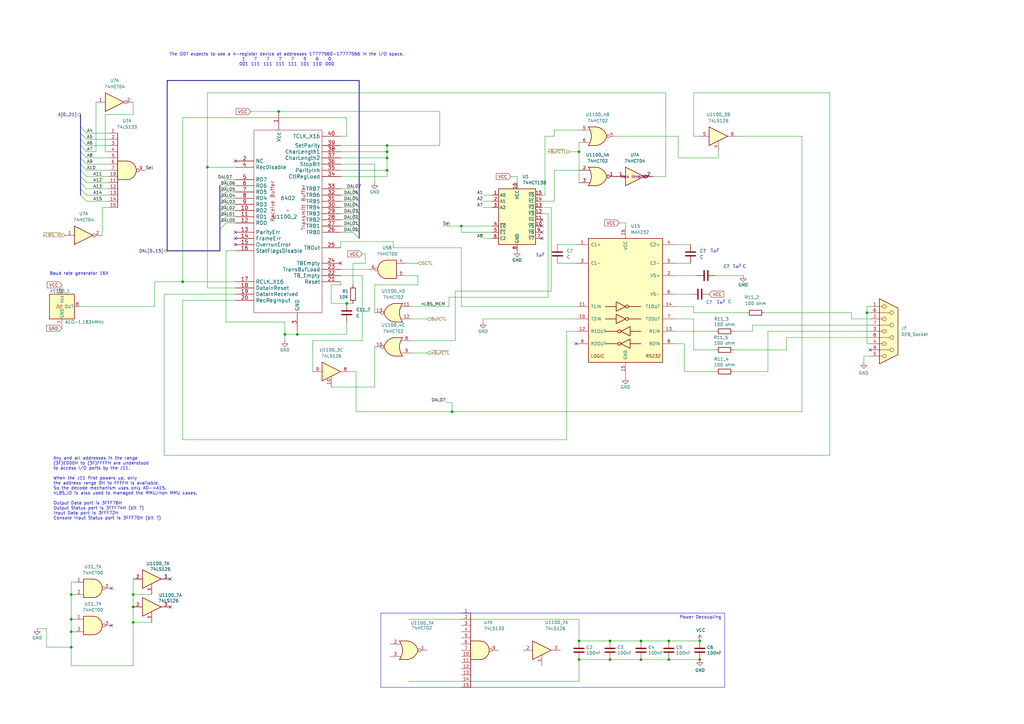
<source format=kicad_sch>
(kicad_sch (version 20250114) (generator "eeschema") (generator_version "9.0")
  (paper "A3")
  (lib_symbols
    (symbol "74xx:7400" (pin_names (offset 1.016))
      (property "Reference" "U" (at 0 1.27 0))
      (property "Value" "7400" (at 0 -1.27 0))
      (symbol "7400_1_1"
        (pin input line (at -7.62 2.54 0) (length 3.81) (name "~") (number "1"))
        (pin input line (at -7.62 -2.54 0) (length 3.81) (name "~") (number "2"))
        (pin output inverted (at 7.62 0 180) (length 3.81) (name "~") (number "3"))
      )
      (symbol "7400_1_2"
        (pin input inverted (at -7.62 2.54 0) (length 4.318) (name "~") (number "1"))
        (pin input inverted (at -7.62 -2.54 0) (length 4.318) (name "~") (number "2"))
        (pin output line (at 7.62 0 180) (length 3.81) (name "~") (number "3"))
      )
      (symbol "7400_2_1"
        (pin input line (at -7.62 2.54 0) (length 3.81) (name "~") (number "4"))
        (pin input line (at -7.62 -2.54 0) (length 3.81) (name "~") (number "5"))
        (pin output inverted (at 7.62 0 180) (length 3.81) (name "~") (number "6"))
      )
      (symbol "7400_2_2"
        (pin input inverted (at -7.62 2.54 0) (length 4.318) (name "~") (number "4"))
        (pin input inverted (at -7.62 -2.54 0) (length 4.318) (name "~") (number "5"))
        (pin output line (at 7.62 0 180) (length 3.81) (name "~") (number "6"))
      )
      (symbol "7400_3_1"
        (pin input line (at -7.62 2.54 0) (length 3.81) (name "~") (number "9"))
        (pin input line (at -7.62 -2.54 0) (length 3.81) (name "~") (number "10"))
        (pin output inverted (at 7.62 0 180) (length 3.81) (name "~") (number "8"))
      )
      (symbol "7400_3_2"
        (pin input inverted (at -7.62 2.54 0) (length 4.318) (name "~") (number "9"))
        (pin input inverted (at -7.62 -2.54 0) (length 4.318) (name "~") (number "10"))
        (pin output line (at 7.62 0 180) (length 3.81) (name "~") (number "8"))
      )
      (symbol "7400_4_1"
        (pin input line (at -7.62 2.54 0) (length 3.81) (name "~") (number "12"))
        (pin input line (at -7.62 -2.54 0) (length 3.81) (name "~") (number "13"))
        (pin output inverted (at 7.62 0 180) (length 3.81) (name "~") (number "11"))
      )
      (symbol "7400_4_2"
        (pin input inverted (at -7.62 2.54 0) (length 4.318) (name "~") (number "12"))
        (pin input inverted (at -7.62 -2.54 0) (length 4.318) (name "~") (number "13"))
        (pin output line (at 7.62 0 180) (length 3.81) (name "~") (number "11"))
      )
      (symbol "7400_5_0"
        (pin power_in line (at 0 12.7 270) (length 5.08) (name "VCC") (number "14"))
        (pin power_in line (at 0 -12.7 90) (length 5.08) (name "GND") (number "7"))
      )
    )
    (symbol "74xx:74HCT04"
      (property "Reference" "U" (at 0 1.27 0))
      (property "Value" "74HCT04" (at 0 -1.27 0))
      (symbol "74HCT04_1_0"
        (pin input line (at -7.62 0 0) (length 3.81) (name "~") (number "1"))
        (pin output inverted (at 7.62 0 180) (length 3.81) (name "~") (number "2"))
      )
      (symbol "74HCT04_2_0"
        (pin input line (at -7.62 0 0) (length 3.81) (name "~") (number "3"))
        (pin output inverted (at 7.62 0 180) (length 3.81) (name "~") (number "4"))
      )
      (symbol "74HCT04_3_0"
        (pin input line (at -7.62 0 0) (length 3.81) (name "~") (number "5"))
        (pin output inverted (at 7.62 0 180) (length 3.81) (name "~") (number "6"))
      )
      (symbol "74HCT04_4_0"
        (pin input line (at -7.62 0 0) (length 3.81) (name "~") (number "9"))
        (pin output inverted (at 7.62 0 180) (length 3.81) (name "~") (number "8"))
      )
      (symbol "74HCT04_5_0"
        (pin input line (at -7.62 0 0) (length 3.81) (name "~") (number "11"))
        (pin output inverted (at 7.62 0 180) (length 3.81) (name "~") (number "10"))
      )
      (symbol "74HCT04_6_0"
        (pin input line (at -7.62 0 0) (length 3.81) (name "~") (number "13"))
        (pin output inverted (at 7.62 0 180) (length 3.81) (name "~") (number "12"))
      )
      (symbol "74HCT04_7_0"
        (pin power_in line (at 0 12.7 270) (length 5.08) (name "VCC") (number "14"))
        (pin power_in line (at 0 -12.7 90) (length 5.08) (name "GND") (number "7"))
      )
    )
    (symbol "74xx:74HCT138"
      (property "Reference" "U" (at -7.62 13.97 0))
      (property "Value" "74HCT138" (at 2.54 -11.43 0))
      (symbol "74HCT138_1_1"
        (pin input line (at -10.16 10.16 0) (length 2.54) (name "A0") (number "1"))
        (pin input line (at -10.16 7.62 0) (length 2.54) (name "A1") (number "2"))
        (pin input line (at -10.16 5.08 0) (length 2.54) (name "A2") (number "3"))
        (pin input line (at -10.16 -2.54 0) (length 2.54) (name "~{E0}") (number "4"))
        (pin input line (at -10.16 -5.08 0) (length 2.54) (name "~{E1}") (number "5"))
        (pin input line (at -10.16 -7.62 0) (length 2.54) (name "E2") (number "6"))
        (pin power_in line (at 0 15.24 270) (length 2.54) (name "VCC") (number "16"))
        (pin power_in line (at 0 -12.7 90) (length 2.54) (name "GND") (number "8"))
        (pin output line (at 10.16 10.16 180) (length 2.54) (name "~{Y0}") (number "15"))
        (pin output line (at 10.16 7.62 180) (length 2.54) (name "~{Y1}") (number "14"))
        (pin output line (at 10.16 5.08 180) (length 2.54) (name "~{Y2}") (number "13"))
        (pin output line (at 10.16 2.54 180) (length 2.54) (name "~{Y3}") (number "12"))
        (pin output line (at 10.16 0 180) (length 2.54) (name "~{Y4}") (number "11"))
        (pin output line (at 10.16 -2.54 180) (length 2.54) (name "~{Y5}") (number "10"))
        (pin output line (at 10.16 -5.08 180) (length 2.54) (name "~{Y6}") (number "9"))
        (pin output line (at 10.16 -7.62 180) (length 2.54) (name "~{Y7}") (number "7"))
      )
    )
    (symbol "74xx:74LS02" (pin_names (offset 1.016))
      (property "Reference" "U" (at 0 1.27 0))
      (property "Value" "74LS02" (at 0 -1.27 0))
      (symbol "74LS02_1_1"
        (pin input line (at -7.62 2.54 0) (length 4.318) (name "~") (number "2"))
        (pin input line (at -7.62 -2.54 0) (length 4.318) (name "~") (number "3"))
        (pin output inverted (at 7.62 0 180) (length 3.81) (name "~") (number "1"))
      )
      (symbol "74LS02_1_2"
        (pin input inverted (at -7.62 2.54 0) (length 3.81) (name "~") (number "2"))
        (pin input inverted (at -7.62 -2.54 0) (length 3.81) (name "~") (number "3"))
        (pin output line (at 7.62 0 180) (length 3.81) (name "~") (number "1"))
      )
      (symbol "74LS02_2_1"
        (pin input line (at -7.62 2.54 0) (length 4.318) (name "~") (number "5"))
        (pin input line (at -7.62 -2.54 0) (length 4.318) (name "~") (number "6"))
        (pin output inverted (at 7.62 0 180) (length 3.81) (name "~") (number "4"))
      )
      (symbol "74LS02_2_2"
        (pin input inverted (at -7.62 2.54 0) (length 3.81) (name "~") (number "5"))
        (pin input inverted (at -7.62 -2.54 0) (length 3.81) (name "~") (number "6"))
        (pin output line (at 7.62 0 180) (length 3.81) (name "~") (number "4"))
      )
      (symbol "74LS02_3_1"
        (pin input line (at -7.62 2.54 0) (length 4.318) (name "~") (number "8"))
        (pin input line (at -7.62 -2.54 0) (length 4.318) (name "~") (number "9"))
        (pin output inverted (at 7.62 0 180) (length 3.81) (name "~") (number "10"))
      )
      (symbol "74LS02_3_2"
        (pin input inverted (at -7.62 2.54 0) (length 3.81) (name "~") (number "8"))
        (pin input inverted (at -7.62 -2.54 0) (length 3.81) (name "~") (number "9"))
        (pin output line (at 7.62 0 180) (length 3.81) (name "~") (number "10"))
      )
      (symbol "74LS02_4_1"
        (pin input line (at -7.62 2.54 0) (length 4.318) (name "~") (number "11"))
        (pin input line (at -7.62 -2.54 0) (length 4.318) (name "~") (number "12"))
        (pin output inverted (at 7.62 0 180) (length 3.81) (name "~") (number "13"))
      )
      (symbol "74LS02_4_2"
        (pin input inverted (at -7.62 2.54 0) (length 3.81) (name "~") (number "11"))
        (pin input inverted (at -7.62 -2.54 0) (length 3.81) (name "~") (number "12"))
        (pin output line (at 7.62 0 180) (length 3.81) (name "~") (number "13"))
      )
      (symbol "74LS02_5_0"
        (pin power_in line (at 0 12.7 270) (length 5.08) (name "VCC") (number "14"))
        (pin power_in line (at 0 -12.7 90) (length 5.08) (name "GND") (number "7"))
      )
    )
    (symbol "74xx:74LS126" (pin_names (offset 1.016))
      (property "Reference" "U" (at 0 1.27 0))
      (property "Value" "74LS126" (at 0 -1.27 0))
      (symbol "74LS126_1_0"
        (pin input line (at -7.62 0 0) (length 3.81) (name "~") (number "2"))
        (pin input line (at 0 -6.35 90) (length 4.445) (name "~") (number "1"))
        (pin tri_state line (at 7.62 0 180) (length 3.81) (name "~") (number "3"))
      )
      (symbol "74LS126_2_0"
        (pin input line (at -7.62 0 0) (length 3.81) (name "~") (number "5"))
        (pin input line (at 0 -6.35 90) (length 4.445) (name "~") (number "4"))
        (pin tri_state line (at 7.62 0 180) (length 3.81) (name "~") (number "6"))
      )
      (symbol "74LS126_3_0"
        (pin input line (at -7.62 0 0) (length 3.81) (name "~") (number "9"))
        (pin input line (at 0 -6.35 90) (length 4.445) (name "~") (number "10"))
        (pin tri_state line (at 7.62 0 180) (length 3.81) (name "~") (number "8"))
      )
      (symbol "74LS126_4_0"
        (pin input line (at -7.62 0 0) (length 3.81) (name "~") (number "12"))
        (pin input line (at 0 -6.35 90) (length 4.445) (name "~") (number "13"))
        (pin tri_state line (at 7.62 0 180) (length 3.81) (name "~") (number "11"))
      )
      (symbol "74LS126_5_0"
        (pin power_in line (at 0 12.7 270) (length 5.08) (name "VCC") (number "14"))
        (pin power_in line (at 0 -12.7 90) (length 5.08) (name "GND") (number "7"))
      )
    )
    (symbol "74xx:74LS133" (pin_names (offset 1.016))
      (property "Reference" "U" (at 0 1.27 0))
      (property "Value" "74LS133" (at 0 -1.27 0))
      (symbol "74LS133_1_1"
        (pin input line (at -7.62 15.24 0) (length 3.81) (name "~") (number "1"))
        (pin input line (at -7.62 12.7 0) (length 3.81) (name "~") (number "2"))
        (pin input line (at -7.62 10.16 0) (length 3.81) (name "~") (number "3"))
        (pin input line (at -7.62 7.62 0) (length 3.81) (name "~") (number "4"))
        (pin input line (at -7.62 5.08 0) (length 3.81) (name "~") (number "5"))
        (pin input line (at -7.62 2.54 0) (length 3.81) (name "~") (number "6"))
        (pin input line (at -7.62 0 0) (length 3.81) (name "~") (number "7"))
        (pin input line (at -7.62 -2.54 0) (length 3.81) (name "~") (number "10"))
        (pin input line (at -7.62 -5.08 0) (length 3.81) (name "~") (number "11"))
        (pin input line (at -7.62 -7.62 0) (length 3.81) (name "~") (number "12"))
        (pin input line (at -7.62 -10.16 0) (length 3.81) (name "~") (number "13"))
        (pin input line (at -7.62 -12.7 0) (length 3.81) (name "~") (number "14"))
        (pin input line (at -7.62 -15.24 0) (length 3.81) (name "~") (number "15"))
        (pin output inverted (at 7.62 0 180) (length 3.81) (name "~") (number "9"))
      )
      (symbol "74LS133_1_2"
        (pin input inverted (at -7.62 15.24 0) (length 3.81) (name "~") (number "1"))
        (pin input inverted (at -7.62 12.7 0) (length 3.81) (name "~") (number "2"))
        (pin input inverted (at -7.62 10.16 0) (length 3.81) (name "~") (number "3"))
        (pin input inverted (at -7.62 7.62 0) (length 3.81) (name "~") (number "4"))
        (pin input inverted (at -7.62 5.08 0) (length 3.81) (name "~") (number "5"))
        (pin input inverted (at -7.62 2.54 0) (length 4.5466) (name "~") (number "6"))
        (pin input inverted (at -7.62 0 0) (length 5.08) (name "~") (number "7"))
        (pin input inverted (at -7.62 -2.54 0) (length 4.5466) (name "~") (number "10"))
        (pin input inverted (at -7.62 -5.08 0) (length 3.81) (name "~") (number "11"))
        (pin input inverted (at -7.62 -7.62 0) (length 3.81) (name "~") (number "12"))
        (pin input inverted (at -7.62 -10.16 0) (length 3.81) (name "~") (number "13"))
        (pin input inverted (at -7.62 -12.7 0) (length 3.81) (name "~") (number "14"))
        (pin input inverted (at -7.62 -15.24 0) (length 3.81) (name "~") (number "15"))
        (pin output line (at 7.62 0 180) (length 3.81) (name "~") (number "9"))
      )
      (symbol "74LS133_2_0"
        (pin power_in line (at 0 12.7 270) (length 5.08) (name "VCC") (number "16"))
        (pin power_in line (at 0 -12.7 90) (length 5.08) (name "GND") (number "8"))
      )
    )
    (symbol "Connector:DE9_Socket" (pin_names (offset 1.016) (hide yes))
      (property "Reference" "J" (at 0 13.97 0))
      (property "Value" "DE9_Socket" (at 0 -14.605 0))
      (symbol "DE9_Socket_1_1"
        (pin passive line (at -7.62 10.16 0) (length 3.81) (name "1") (number "1"))
        (pin passive line (at -7.62 7.62 0) (length 3.81) (name "6") (number "6"))
        (pin passive line (at -7.62 5.08 0) (length 3.81) (name "2") (number "2"))
        (pin passive line (at -7.62 2.54 0) (length 3.81) (name "7") (number "7"))
        (pin passive line (at -7.62 0 0) (length 3.81) (name "3") (number "3"))
        (pin passive line (at -7.62 -2.54 0) (length 3.81) (name "8") (number "8"))
        (pin passive line (at -7.62 -5.08 0) (length 3.81) (name "4") (number "4"))
        (pin passive line (at -7.62 -7.62 0) (length 3.81) (name "9") (number "9"))
        (pin passive line (at -7.62 -10.16 0) (length 3.81) (name "5") (number "5"))
      )
    )
    (symbol "Device:C" (pin_numbers (hide yes)) (pin_names (offset 0.254))
      (property "Reference" "C" (at 0.635 2.54 0))
      (property "Value" "C" (at 0.635 -2.54 0))
      (symbol "C_1_1"
        (pin passive line (at 0 3.81 270) (length 2.794) (name "~") (number "1"))
        (pin passive line (at 0 -3.81 90) (length 2.794) (name "~") (number "2"))
      )
    )
    (symbol "Device:R" (pin_numbers (hide yes)) (pin_names (offset 0))
      (property "Reference" "R" (at 2.032 0 90))
      (property "Value" "R" (at 0 0 90))
      (symbol "R_1_1"
        (pin passive line (at 0 3.81 270) (length 1.27) (name "~") (number "1"))
        (pin passive line (at 0 -3.81 90) (length 1.27) (name "~") (number "2"))
      )
    )
    (symbol "Interface_UART:MAX232" (pin_names (offset 1.016))
      (property "Reference" "U" (at -2.54 28.575 0))
      (property "Value" "MAX232" (at -2.54 26.67 0))
      (symbol "MAX232_0_0"
        (text "LOGIC" (at -11.43 -22.86 0) (effects (font (size 1.27 1.27))))
        (text "RS232" (at 11.43 -22.86 0) (effects (font (size 1.27 1.27))))
      )
      (symbol "MAX232_1_1"
        (pin passive line (at -20.32 22.86 0) (length 5.08) (name "C1+") (number "1"))
        (pin passive line (at -20.32 15.24 0) (length 5.08) (name "C1-") (number "3"))
        (pin input line (at -20.32 -2.54 0) (length 5.08) (name "T1IN") (number "11"))
        (pin input line (at -20.32 -7.62 0) (length 5.08) (name "T2IN") (number "10"))
        (pin output line (at -20.32 -12.7 0) (length 5.08) (name "R1OUT") (number "12"))
        (pin output line (at -20.32 -17.78 0) (length 5.08) (name "R2OUT") (number "9"))
        (pin power_in line (at 0 30.48 270) (length 5.08) (name "VCC") (number "16"))
        (pin power_in line (at 0 -30.48 90) (length 5.08) (name "GND") (number "15"))
        (pin passive line (at 20.32 22.86 180) (length 5.08) (name "C2+") (number "4"))
        (pin passive line (at 20.32 15.24 180) (length 5.08) (name "C2-") (number "5"))
        (pin power_out line (at 20.32 10.16 180) (length 5.08) (name "VS+") (number "2"))
        (pin power_out line (at 20.32 2.54 180) (length 5.08) (name "VS-") (number "6"))
        (pin output line (at 20.32 -2.54 180) (length 5.08) (name "T1OUT") (number "14"))
        (pin output line (at 20.32 -7.62 180) (length 5.08) (name "T2OUT") (number "7"))
        (pin input line (at 20.32 -12.7 180) (length 5.08) (name "R1IN") (number "13"))
        (pin input line (at 20.32 -17.78 180) (length 5.08) (name "R2IN") (number "8"))
      )
    )
    (symbol "Oscillator:ACO-xxxMHz" (pin_names (offset 0.254))
      (property "Reference" "Y" (at -5.08 6.35 0))
      (property "Value" "ACO-xxxMHz" (at 1.27 -6.35 0))
      (symbol "ACO-xxxMHz_1_1"
        (pin no_connect line (at -5.08 2.54 0) (length 2.54) (hide yes) (name "NC") (number "1"))
        (pin power_in line (at 0 7.62 270) (length 2.54) (name "Vcc") (number "14"))
        (pin power_in line (at 0 -7.62 90) (length 2.54) (name "GND") (number "7"))
        (pin output line (at 7.62 0 180) (length 2.54) (name "OUT") (number "8"))
      )
    )
    (symbol "PDP-J-11-rescue:6402" (pin_names (offset 0.762))
      (property "Reference" "U4" (at -1.27 -2.54 0))
      (property "Value" "6402" (at 0 5.08 0))
      (property "Datasheet" "~" (at 0 0 0))
      (symbol "6402_0_0"
        (text "Transmitt Buffer" (at 6.35 1.27 900) (effects (font (size 1.524 1.524))))
      )
      (symbol "6402_1_1"
        (text "Receive Buffer" (at -6.35 3.81 900) (effects (font (size 1.524 1.524))))
        (pin bidirectional line (at -21.59 20.32 0) (length 7.62) (name "NC") (number "2"))
        (pin input line (at -21.59 17.78 0) (length 7.5438) (name "RecDisable") (number "4"))
        (pin bidirectional line (at -21.59 12.7 0) (length 7.62) (name "RD7") (number "5"))
        (pin bidirectional line (at -21.59 10.16 0) (length 7.62) (name "RD6") (number "6"))
        (pin bidirectional line (at -21.59 7.62 0) (length 7.62) (name "RD5") (number "7"))
        (pin bidirectional line (at -21.59 5.08 0) (length 7.62) (name "RD4") (number "8"))
        (pin bidirectional line (at -21.59 2.54 0) (length 7.62) (name "RD3") (number "9"))
        (pin bidirectional line (at -21.59 0 0) (length 7.62) (name "RD2") (number "10"))
        (pin bidirectional line (at -21.59 -2.54 0) (length 7.62) (name "RD1") (number "11"))
        (pin bidirectional line (at -21.59 -5.08 0) (length 7.62) (name "RD0") (number "12"))
        (pin output line (at -21.59 -8.89 0) (length 7.62) (name "ParityErr") (number "13"))
        (pin output line (at -21.59 -11.43 0) (length 7.62) (name "FrameErr") (number "14"))
        (pin output line (at -21.59 -13.97 0) (length 7.62) (name "OverrunError") (number "15"))
        (pin input line (at -21.59 -16.51 0) (length 7.62) (name "StatFlagsDisable") (number "16"))
        (pin input line (at -21.59 -29.21 0) (length 7.62) (name "RCLK_X16") (number "17"))
        (pin input line (at -21.59 -31.75 0) (length 7.62) (name "DataInReset") (number "18"))
        (pin output line (at -21.59 -34.29 0) (length 7.62) (name "DataInReceived") (number "19"))
        (pin input line (at -21.59 -36.83 0) (length 7.62) (name "RecRegInput") (number "20"))
        (pin power_in line (at -3.81 40.64 270) (length 7.62) (name "Vcc") (number "1"))
        (pin power_in line (at 3.81 -49.53 90) (length 7.5438) (name "GND") (number "3"))
        (pin input line (at 21.59 30.48 180) (length 7.62) (name "TCLK_X16") (number "40"))
        (pin input line (at 21.59 26.67 180) (length 7.5946) (name "SetParity") (number "39"))
        (pin input line (at 21.59 24.13 180) (length 7.5946) (name "CharLength1") (number "38"))
        (pin input line (at 21.59 21.59 180) (length 7.62) (name "CharLength2") (number "37"))
        (pin input line (at 21.59 19.05 180) (length 7.62) (name "StopBit") (number "36"))
        (pin input line (at 21.59 16.51 180) (length 7.62) (name "ParityInh") (number "35"))
        (pin input line (at 21.59 13.97 180) (length 7.62) (name "CtlRegLoad") (number "34"))
        (pin bidirectional line (at 21.59 8.89 180) (length 7.62) (name "TRB7") (number "33"))
        (pin bidirectional line (at 21.59 6.35 180) (length 7.62) (name "TRB6") (number "32"))
        (pin bidirectional line (at 21.59 3.81 180) (length 7.62) (name "TRB5") (number "31"))
        (pin bidirectional line (at 21.59 1.27 180) (length 7.5946) (name "TRB4") (number "30"))
        (pin bidirectional line (at 21.59 -1.27 180) (length 7.62) (name "TRB3") (number "29"))
        (pin bidirectional line (at 21.59 -3.81 180) (length 7.62) (name "TRB2") (number "28"))
        (pin bidirectional line (at 21.59 -6.35 180) (length 7.62) (name "TRB1") (number "27"))
        (pin bidirectional line (at 21.59 -8.89 180) (length 7.5946) (name "TRB0") (number "26"))
        (pin output line (at 21.59 -15.24 180) (length 7.62) (name "TBOut") (number "25"))
        (pin output line (at 21.59 -21.59 180) (length 7.62) (name "TBEmpty") (number "24"))
        (pin input line (at 21.59 -24.13 180) (length 7.62) (name "TransBufLoad") (number "23"))
        (pin output line (at 21.59 -26.67 180) (length 7.62) (name "TB_Empty") (number "22"))
        (pin input line (at 21.59 -29.21 180) (length 7.62) (name "Reset") (number "21"))
      )
    )
    (symbol "power:GND" (power) (pin_numbers (hide yes)) (pin_names (offset 0) (hide yes))
      (property "Value" "GND" (at 0 -3.81 0))
      (symbol "GND_1_1"
        (pin power_in line (at 0 0 270) (length 0) (name "~") (number "1"))
      )
    )
    (symbol "power:VCC" (power) (pin_numbers (hide yes)) (pin_names (offset 0) (hide yes))
      (property "Value" "VCC" (at 0 3.556 0))
      (symbol "VCC_1_1"
        (pin power_in line (at 0 0 90) (length 0) (name "~") (number "1"))
      )
    )
  )
  (text "The ODT expects to see a 4-register device at addresses 17777560-17777566 in the I/O space.\n1	7	7	7	7	5	6	0\n001	111	111	111	111	101	110	000" (at 117.602 24.384 0) (effects (font (size 1.27 1.27))))
  (text "1µF" (at 293.878 124.714 0) (effects (font (size 1.27 1.27)) (justify left bottom)))
  (text "1µF" (at 300.482 109.982 0) (effects (font (size 1.27 1.27)) (justify left bottom)))
  (text "Baud rate generator 16X" (at 20.32 113.03 0) (effects (font (size 1.27 1.27)) (justify left bottom)))
  (text "1µF" (at 291.338 103.632 0) (effects (font (size 1.27 1.27)) (justify left bottom)))
  (text "Any and all addresses in the range \n(3F)E000H to (3F)FFFFH are understood \nto access I/O ports by the J11.\n\nWhen the J11 first powers up, only \nthe address range 0H to FFFFH is available,\nSo the decode mechanism uses only A0->A15.\nnLBS_IO is also used to managed the MMU/non MMU cases.\n\nOutput Data port is 3FFF76H\nOutput Status port is 3FFF74H (bit 7)\nInput Data port is 3FFF72H\nConsole Input Status port is 3FFF70H (bit 7)" (at 21.844 213.36 0) (effects (font (size 1.27 1.27)) (justify left bottom)))
  (text "1µF" (at 219.71 105.41 0) (effects (font (size 1.27 1.27)) (justify left bottom)))
  (text "Power Decoupling" (at 295.91 254 0) (effects (font (size 1.27 1.27)) (justify right bottom)))
  (junction (at 158.75 69.85))
  (junction (at 29.21 265.43))
  (junction (at 274.32 262.89))
  (junction (at 114.3 45.72))
  (junction (at 189.23 92.71))
  (junction (at 54.61 255.27))
  (junction (at 185.42 168.91))
  (junction (at 250.19 262.89))
  (junction (at 142.24 124.46))
  (junction (at 355.6 128.27))
  (junction (at 158.75 59.69))
  (junction (at 237.49 270.51))
  (junction (at 85.09 68.58))
  (junction (at 158.75 64.77))
  (junction (at 262.89 262.89))
  (junction (at 74.93 115.57))
  (junction (at 54.61 243.84))
  (junction (at 237.49 262.89))
  (junction (at 250.19 270.51))
  (junction (at 262.89 270.51))
  (junction (at 54.61 248.92))
  (junction (at 287.02 270.51))
  (junction (at 29.21 243.84))
  (junction (at 116.84 137.16))
  (junction (at 29.21 254))
  (junction (at 121.92 137.16))
  (junction (at 287.02 262.89))
  (junction (at 158.75 62.23))
  (junction (at 274.32 270.51))
  (junction (at 237.49 62.23))
  (junction (at 29.21 259.08))
  (no_connect (at 96.52 100.33))
  (no_connect (at 45.72 256.54))
  (no_connect (at 236.22 140.97))
  (no_connect (at 69.85 237.49))
  (no_connect (at 222.25 92.71))
  (no_connect (at 96.52 95.25))
  (no_connect (at 96.52 66.04))
  (no_connect (at 222.25 97.79))
  (no_connect (at 356.87 143.51))
  (no_connect (at 96.52 97.79))
  (no_connect (at 222.25 90.17))
  (no_connect (at 69.85 248.92))
  (no_connect (at 45.72 241.3))
  (no_connect (at 222.25 95.25))
  (no_connect (at 139.7 107.95))
  (bus_entry (at 33.02 64.77) (size 2.54 2.54))
  (bus_entry (at 33.02 72.39) (size 2.54 2.54))
  (bus_entry (at 33.02 74.93) (size 2.54 2.54))
  (bus_entry (at 147.32 97.79) (size -2.54 -2.54))
  (bus_entry (at 33.02 77.47) (size 2.54 2.54))
  (bus_entry (at 33.02 54.61) (size 2.54 2.54))
  (bus_entry (at 147.32 92.71) (size -2.54 -2.54))
  (bus_entry (at 33.02 69.85) (size 2.54 2.54))
  (bus_entry (at 33.02 59.69) (size 2.54 2.54))
  (bus_entry (at 147.32 85.09) (size -2.54 -2.54))
  (bus_entry (at 90.17 81.28) (size 2.54 -2.54))
  (bus_entry (at 33.02 57.15) (size 2.54 2.54))
  (bus_entry (at 33.02 52.07) (size 2.54 2.54))
  (bus_entry (at 147.32 82.55) (size -2.54 -2.54))
  (bus_entry (at 147.32 90.17) (size -2.54 -2.54))
  (bus_entry (at 147.32 80.01) (size -2.54 -2.54))
  (bus_entry (at 90.17 91.44) (size 2.54 -2.54))
  (bus_entry (at 90.17 83.82) (size 2.54 -2.54))
  (bus_entry (at 147.32 95.25) (size -2.54 -2.54))
  (bus_entry (at 90.17 88.9) (size 2.54 -2.54))
  (bus_entry (at 33.02 62.23) (size 2.54 2.54))
  (bus_entry (at 147.32 87.63) (size -2.54 -2.54))
  (bus_entry (at 90.17 86.36) (size 2.54 -2.54))
  (bus_entry (at 90.17 76.2) (size 2.54 -2.54))
  (bus_entry (at 90.17 78.74) (size 2.54 -2.54))
  (bus_entry (at 33.02 80.01) (size 2.54 2.54))
  (bus_entry (at 90.17 93.98) (size 2.54 -2.54))
  (bus_entry (at 33.02 67.31) (size 2.54 2.54))
  (bus (pts (xy 68.58 33.02) (xy 68.58 102.87)))
  (wire (pts (xy 276.86 135.89) (xy 293.37 135.89)))
  (bus (pts (xy 90.17 83.82) (xy 90.17 81.28)))
  (wire (pts (xy 274.32 270.51) (xy 287.02 270.51)))
  (wire (pts (xy 44.45 85.09) (xy 41.91 85.09)))
  (wire (pts (xy 135.89 116.84) (xy 135.89 124.46)))
  (wire (pts (xy 139.7 113.03) (xy 148.59 113.03)))
  (wire (pts (xy 228.6 107.95) (xy 236.22 107.95)))
  (wire (pts (xy 278.13 55.88) (xy 278.13 64.77)))
  (wire (pts (xy 276.86 125.73) (xy 284.48 125.73)))
  (wire (pts (xy 237.49 62.23) (xy 237.49 74.93)))
  (bus (pts (xy 90.17 81.28) (xy 90.17 78.74)))
  (wire (pts (xy 300.99 135.89) (xy 308.61 135.89)))
  (wire (pts (xy 355.6 125.73) (xy 355.6 128.27)))
  (wire (pts (xy 63.5 115.57) (xy 74.93 115.57)))
  (bus (pts (xy 33.02 62.23) (xy 33.02 64.77)))
  (wire (pts (xy 29.21 238.76) (xy 30.48 238.76)))
  (wire (pts (xy 254 91.44) (xy 256.54 91.44)))
  (wire (pts (xy 227.33 69.85) (xy 237.49 69.85)))
  (wire (pts (xy 63.5 125.73) (xy 63.5 115.57)))
  (wire (pts (xy 284.48 125.73) (xy 284.48 128.27)))
  (bus (pts (xy 147.32 85.09) (xy 147.32 82.55)))
  (wire (pts (xy 349.25 130.81) (xy 356.87 130.81)))
  (wire (pts (xy 153.67 158.75) (xy 153.67 142.24)))
  (wire (pts (xy 167.64 254) (xy 237.49 254)))
  (bus (pts (xy 90.17 78.74) (xy 90.17 76.2)))
  (wire (pts (xy 35.56 72.39) (xy 44.45 72.39)))
  (wire (pts (xy 116.84 137.16) (xy 121.92 137.16)))
  (bus (pts (xy 147.32 97.79) (xy 147.32 95.25)))
  (wire (pts (xy 139.7 55.88) (xy 142.24 55.88)))
  (wire (pts (xy 43.18 62.23) (xy 44.45 62.23)))
  (wire (pts (xy 158.75 62.23) (xy 158.75 59.69)))
  (wire (pts (xy 35.56 62.23) (xy 39.37 62.23)))
  (wire (pts (xy 54.61 237.49) (xy 54.61 243.84)))
  (wire (pts (xy 300.99 143.51) (xy 322.58 143.51)))
  (wire (pts (xy 139.7 62.23) (xy 158.75 62.23)))
  (wire (pts (xy 29.21 265.43) (xy 29.21 273.05)))
  (wire (pts (xy 139.7 82.55) (xy 144.78 82.55)))
  (bus (pts (xy 147.32 95.25) (xy 147.32 92.71)))
  (wire (pts (xy 153.67 128.27) (xy 153.67 116.84)))
  (wire (pts (xy 35.56 80.01) (xy 44.45 80.01)))
  (wire (pts (xy 142.24 55.88) (xy 142.24 48.26)))
  (wire (pts (xy 139.7 87.63) (xy 144.78 87.63)))
  (wire (pts (xy 158.75 64.77) (xy 158.75 62.23)))
  (wire (pts (xy 54.61 243.84) (xy 54.61 248.92)))
  (wire (pts (xy 25.4 116.84) (xy 25.4 118.11)))
  (wire (pts (xy 222.25 87.63) (xy 224.79 87.63)))
  (polyline (pts (xy 297.18 251.46) (xy 297.18 281.94)))
  (wire (pts (xy 222.25 80.01) (xy 223.52 80.01)))
  (wire (pts (xy 92.71 132.08) (xy 116.84 132.08)))
  (wire (pts (xy 146.05 152.4) (xy 143.51 152.4)))
  (wire (pts (xy 237.49 62.23) (xy 233.68 62.23)))
  (wire (pts (xy 74.93 115.57) (xy 96.52 115.57)))
  (wire (pts (xy 139.7 101.6) (xy 139.7 99.06)))
  (wire (pts (xy 276.86 113.03) (xy 285.75 113.03)))
  (wire (pts (xy 184.15 125.73) (xy 168.91 125.73)))
  (wire (pts (xy 29.21 273.05) (xy 54.61 273.05)))
  (wire (pts (xy 139.7 67.31) (xy 153.67 67.31)))
  (wire (pts (xy 349.25 128.27) (xy 349.25 130.81)))
  (bus (pts (xy 33.02 67.31) (xy 33.02 69.85)))
  (wire (pts (xy 256.54 91.44) (xy 256.54 92.71)))
  (wire (pts (xy 96.52 68.58) (xy 85.09 68.58)))
  (wire (pts (xy 142.24 132.08) (xy 142.24 137.16)))
  (wire (pts (xy 284.48 130.81) (xy 284.48 143.51)))
  (wire (pts (xy 222.25 85.09) (xy 226.06 85.09)))
  (wire (pts (xy 280.67 152.4) (xy 293.37 152.4)))
  (wire (pts (xy 35.56 64.77) (xy 44.45 64.77)))
  (wire (pts (xy 226.06 85.09) (xy 226.06 119.38)))
  (wire (pts (xy 121.92 137.16) (xy 142.24 137.16)))
  (wire (pts (xy 237.49 270.51) (xy 237.49 279.4)))
  (wire (pts (xy 284.48 128.27) (xy 306.07 128.27)))
  (bus (pts (xy 33.02 72.39) (xy 33.02 74.93)))
  (wire (pts (xy 356.87 125.73) (xy 355.6 125.73)))
  (wire (pts (xy 308.61 133.35) (xy 356.87 133.35)))
  (wire (pts (xy 67.31 186.69) (xy 340.36 186.69)))
  (wire (pts (xy 186.69 139.7) (xy 168.91 139.7)))
  (wire (pts (xy 276.86 120.65) (xy 283.21 120.65)))
  (wire (pts (xy 354.33 146.05) (xy 354.33 148.59)))
  (wire (pts (xy 41.91 85.09) (xy 41.91 96.52)))
  (wire (pts (xy 35.56 57.15) (xy 44.45 57.15)))
  (wire (pts (xy 29.21 259.08) (xy 29.21 254)))
  (polyline (pts (xy 156.21 281.94) (xy 297.18 281.94)))
  (wire (pts (xy 212.09 72.39) (xy 212.09 74.93)))
  (wire (pts (xy 250.19 270.51) (xy 262.89 270.51)))
  (wire (pts (xy 148.59 113.03) (xy 148.59 139.7)))
  (wire (pts (xy 29.21 243.84) (xy 30.48 243.84)))
  (wire (pts (xy 54.61 248.92) (xy 54.61 255.27)))
  (bus (pts (xy 33.02 57.15) (xy 33.02 59.69)))
  (wire (pts (xy 189.23 92.71) (xy 189.23 95.25)))
  (bus (pts (xy 33.02 54.61) (xy 33.02 57.15)))
  (wire (pts (xy 74.93 123.19) (xy 74.93 180.34)))
  (polyline (pts (xy 297.18 251.46) (xy 156.21 251.46)))
  (wire (pts (xy 139.7 116.84) (xy 135.89 116.84)))
  (wire (pts (xy 158.75 72.39) (xy 158.75 69.85)))
  (wire (pts (xy 35.56 82.55) (xy 44.45 82.55)))
  (wire (pts (xy 92.71 88.9) (xy 96.52 88.9)))
  (bus (pts (xy 90.17 93.98) (xy 90.17 91.44)))
  (wire (pts (xy 276.86 140.97) (xy 280.67 140.97)))
  (wire (pts (xy 227.33 55.88) (xy 227.33 53.34)))
  (wire (pts (xy 340.36 186.69) (xy 340.36 38.1)))
  (wire (pts (xy 139.7 115.57) (xy 139.7 116.84)))
  (wire (pts (xy 284.48 38.1) (xy 284.48 55.88)))
  (wire (pts (xy 355.6 128.27) (xy 356.87 128.27)))
  (wire (pts (xy 184.15 121.92) (xy 184.15 125.73)))
  (bus (pts (xy 90.17 91.44) (xy 90.17 88.9)))
  (wire (pts (xy 227.33 53.34) (xy 237.49 53.34)))
  (wire (pts (xy 85.09 68.58) (xy 85.09 38.1)))
  (wire (pts (xy 96.52 123.19) (xy 74.93 123.19)))
  (wire (pts (xy 189.23 101.6) (xy 189.23 125.73)))
  (wire (pts (xy 15.24 257.81) (xy 19.05 257.81)))
  (wire (pts (xy 189.23 92.71) (xy 201.93 92.71)))
  (wire (pts (xy 139.7 69.85) (xy 158.75 69.85)))
  (bus (pts (xy 147.32 87.63) (xy 147.32 85.09)))
  (wire (pts (xy 182.88 165.1) (xy 185.42 165.1)))
  (wire (pts (xy 144.78 107.95) (xy 144.78 116.84)))
  (wire (pts (xy 54.61 255.27) (xy 62.23 255.27)))
  (wire (pts (xy 180.34 59.69) (xy 180.34 45.72)))
  (wire (pts (xy 139.7 80.01) (xy 144.78 80.01)))
  (wire (pts (xy 92.71 83.82) (xy 96.52 83.82)))
  (wire (pts (xy 302.26 55.88) (xy 328.93 55.88)))
  (wire (pts (xy 276.86 100.33) (xy 283.21 100.33)))
  (wire (pts (xy 92.71 73.66) (xy 96.52 73.66)))
  (wire (pts (xy 198.12 97.79) (xy 201.93 97.79)))
  (wire (pts (xy 198.12 82.55) (xy 201.93 82.55)))
  (wire (pts (xy 85.09 68.58) (xy 85.09 118.11)))
  (wire (pts (xy 273.05 38.1) (xy 273.05 72.39)))
  (wire (pts (xy 128.27 139.7) (xy 128.27 152.4)))
  (wire (pts (xy 96.52 102.87) (xy 92.71 102.87)))
  (wire (pts (xy 161.29 101.6) (xy 189.23 101.6)))
  (wire (pts (xy 293.37 113.03) (xy 304.8 113.03)))
  (wire (pts (xy 356.87 135.89) (xy 314.96 135.89)))
  (wire (pts (xy 135.89 158.75) (xy 153.67 158.75)))
  (wire (pts (xy 322.58 143.51) (xy 322.58 138.43)))
  (wire (pts (xy 328.93 168.91) (xy 328.93 55.88)))
  (wire (pts (xy 35.56 54.61) (xy 44.45 54.61)))
  (wire (pts (xy 29.21 254) (xy 29.21 243.84)))
  (wire (pts (xy 161.29 99.06) (xy 161.29 101.6)))
  (wire (pts (xy 146.05 168.91) (xy 185.42 168.91)))
  (wire (pts (xy 67.31 120.65) (xy 67.31 186.69)))
  (wire (pts (xy 29.21 254) (xy 30.48 254)))
  (wire (pts (xy 35.56 59.69) (xy 44.45 59.69)))
  (wire (pts (xy 189.23 125.73) (xy 236.22 125.73)))
  (wire (pts (xy 29.21 243.84) (xy 29.21 238.76)))
  (wire (pts (xy 181.61 92.71) (xy 189.23 92.71)))
  (bus (pts (xy 90.17 102.87) (xy 90.17 93.98)))
  (bus (pts (xy 147.32 80.01) (xy 147.32 33.02)))
  (wire (pts (xy 74.93 180.34) (xy 232.41 180.34)))
  (wire (pts (xy 92.71 102.87) (xy 92.71 132.08)))
  (wire (pts (xy 227.33 82.55) (xy 227.33 69.85)))
  (wire (pts (xy 85.09 118.11) (xy 96.52 118.11)))
  (wire (pts (xy 139.7 59.69) (xy 158.75 59.69)))
  (bus (pts (xy 33.02 74.93) (xy 33.02 77.47)))
  (wire (pts (xy 185.42 165.1) (xy 185.42 168.91)))
  (wire (pts (xy 92.71 81.28) (xy 96.52 81.28)))
  (wire (pts (xy 121.92 135.89) (xy 121.92 137.16)))
  (wire (pts (xy 144.78 124.46) (xy 142.24 124.46)))
  (wire (pts (xy 25.4 133.35) (xy 25.4 134.62)))
  (wire (pts (xy 54.61 46.99) (xy 43.18 46.99)))
  (wire (pts (xy 180.34 59.69) (xy 158.75 59.69)))
  (wire (pts (xy 54.61 243.84) (xy 62.23 243.84)))
  (wire (pts (xy 149.86 107.95) (xy 144.78 107.95)))
  (bus (pts (xy 33.02 46.99) (xy 33.02 52.07)))
  (wire (pts (xy 139.7 64.77) (xy 158.75 64.77)))
  (wire (pts (xy 313.69 128.27) (xy 349.25 128.27)))
  (wire (pts (xy 29.21 259.08) (xy 30.48 259.08)))
  (wire (pts (xy 43.18 46.99) (xy 43.18 62.23)))
  (wire (pts (xy 356.87 146.05) (xy 354.33 146.05)))
  (wire (pts (xy 33.02 125.73) (xy 63.5 125.73)))
  (bus (pts (xy 68.58 102.87) (xy 90.17 102.87)))
  (wire (pts (xy 29.21 265.43) (xy 19.05 265.43)))
  (wire (pts (xy 92.71 78.74) (xy 96.52 78.74)))
  (wire (pts (xy 35.56 77.47) (xy 44.45 77.47)))
  (wire (pts (xy 308.61 135.89) (xy 308.61 133.35)))
  (wire (pts (xy 252.73 55.88) (xy 278.13 55.88)))
  (bus (pts (xy 147.32 92.71) (xy 147.32 90.17)))
  (wire (pts (xy 236.22 130.81) (xy 198.12 130.81)))
  (wire (pts (xy 322.58 138.43) (xy 356.87 138.43)))
  (wire (pts (xy 167.64 279.4) (xy 237.49 279.4)))
  (bus (pts (xy 33.02 77.47) (xy 33.02 80.01)))
  (wire (pts (xy 139.7 72.39) (xy 158.75 72.39)))
  (wire (pts (xy 224.79 87.63) (xy 224.79 121.92)))
  (bus (pts (xy 147.32 82.55) (xy 147.32 80.01)))
  (wire (pts (xy 148.59 104.14) (xy 149.86 104.14)))
  (bus (pts (xy 33.02 69.85) (xy 33.02 72.39)))
  (bus (pts (xy 147.32 90.17) (xy 147.32 87.63)))
  (wire (pts (xy 287.02 262.89) (xy 274.32 262.89)))
  (wire (pts (xy 186.69 119.38) (xy 186.69 139.7)))
  (wire (pts (xy 166.37 113.03) (xy 171.45 113.03)))
  (wire (pts (xy 168.91 144.78) (xy 175.26 144.78)))
  (wire (pts (xy 340.36 38.1) (xy 284.48 38.1)))
  (wire (pts (xy 116.84 137.16) (xy 116.84 139.7)))
  (wire (pts (xy 139.7 90.17) (xy 144.78 90.17)))
  (wire (pts (xy 92.71 91.44) (xy 96.52 91.44)))
  (wire (pts (xy 222.25 82.55) (xy 227.33 82.55)))
  (wire (pts (xy 54.61 41.91) (xy 54.61 46.99)))
  (wire (pts (xy 256.54 153.67) (xy 256.54 154.94)))
  (wire (pts (xy 355.6 128.27) (xy 355.6 140.97)))
  (wire (pts (xy 35.56 74.93) (xy 44.45 74.93)))
  (wire (pts (xy 139.7 95.25) (xy 144.78 95.25)))
  (wire (pts (xy 237.49 270.51) (xy 250.19 270.51)))
  (wire (pts (xy 35.56 69.85) (xy 44.45 69.85)))
  (bus (pts (xy 33.02 52.07) (xy 33.02 54.61)))
  (wire (pts (xy 189.23 95.25) (xy 201.93 95.25)))
  (wire (pts (xy 274.32 262.89) (xy 262.89 262.89)))
  (wire (pts (xy 158.75 69.85) (xy 158.75 64.77)))
  (wire (pts (xy 135.89 124.46) (xy 142.24 124.46)))
  (wire (pts (xy 355.6 140.97) (xy 356.87 140.97)))
  (wire (pts (xy 262.89 262.89) (xy 250.19 262.89)))
  (bus (pts (xy 90.17 88.9) (xy 90.17 86.36)))
  (wire (pts (xy 232.41 135.89) (xy 236.22 135.89)))
  (wire (pts (xy 39.37 62.23) (xy 39.37 41.91)))
  (wire (pts (xy 198.12 85.09) (xy 201.93 85.09)))
  (wire (pts (xy 276.86 107.95) (xy 283.21 107.95)))
  (wire (pts (xy 153.67 116.84) (xy 171.45 116.84)))
  (wire (pts (xy 223.52 80.01) (xy 223.52 55.88)))
  (wire (pts (xy 237.49 262.89) (xy 237.49 254)))
  (wire (pts (xy 300.99 152.4) (xy 314.96 152.4)))
  (wire (pts (xy 278.13 64.77) (xy 294.64 64.77)))
  (wire (pts (xy 54.61 255.27) (xy 54.61 273.05)))
  (wire (pts (xy 116.84 132.08) (xy 116.84 137.16)))
  (wire (pts (xy 92.71 86.36) (xy 96.52 86.36)))
  (wire (pts (xy 280.67 140.97) (xy 280.67 152.4)))
  (bus (pts (xy 33.02 64.77) (xy 33.02 67.31)))
  (wire (pts (xy 284.48 55.88) (xy 287.02 55.88)))
  (wire (pts (xy 168.91 130.81) (xy 175.26 130.81)))
  (wire (pts (xy 198.12 80.01) (xy 201.93 80.01)))
  (wire (pts (xy 276.86 130.81) (xy 284.48 130.81)))
  (wire (pts (xy 139.7 77.47) (xy 144.78 77.47)))
  (wire (pts (xy 228.6 100.33) (xy 236.22 100.33)))
  (wire (pts (xy 85.09 38.1) (xy 273.05 38.1)))
  (wire (pts (xy 102.87 45.72) (xy 114.3 45.72)))
  (polyline (pts (xy 156.21 251.46) (xy 156.21 281.94)))
  (wire (pts (xy 267.97 72.39) (xy 273.05 72.39)))
  (wire (pts (xy 153.67 67.31) (xy 153.67 74.93)))
  (wire (pts (xy 149.86 104.14) (xy 149.86 107.95)))
  (wire (pts (xy 198.12 130.81) (xy 198.12 132.08)))
  (wire (pts (xy 139.7 99.06) (xy 161.29 99.06)))
  (wire (pts (xy 226.06 119.38) (xy 186.69 119.38)))
  (wire (pts (xy 19.05 265.43) (xy 19.05 257.81)))
  (wire (pts (xy 139.7 110.49) (xy 151.13 110.49)))
  (wire (pts (xy 209.55 72.39) (xy 212.09 72.39)))
  (wire (pts (xy 74.93 48.26) (xy 74.93 115.57)))
  (wire (pts (xy 224.79 121.92) (xy 184.15 121.92)))
  (wire (pts (xy 35.56 67.31) (xy 44.45 67.31)))
  (wire (pts (xy 146.05 152.4) (xy 146.05 168.91)))
  (wire (pts (xy 185.42 168.91) (xy 328.93 168.91)))
  (wire (pts (xy 294.64 64.77) (xy 294.64 62.23)))
  (wire (pts (xy 314.96 135.89) (xy 314.96 152.4)))
  (wire (pts (xy 139.7 85.09) (xy 144.78 85.09)))
  (wire (pts (xy 284.48 143.51) (xy 293.37 143.51)))
  (wire (pts (xy 232.41 180.34) (xy 232.41 135.89)))
  (wire (pts (xy 250.19 262.89) (xy 237.49 262.89)))
  (wire (pts (xy 171.45 116.84) (xy 171.45 113.03)))
  (wire (pts (xy 262.89 270.51) (xy 274.32 270.51)))
  (bus (pts (xy 147.32 33.02) (xy 68.58 33.02)))
  (wire (pts (xy 139.7 92.71) (xy 144.78 92.71)))
  (wire (pts (xy 92.71 76.2) (xy 96.52 76.2)))
  (bus (pts (xy 33.02 59.69) (xy 33.02 62.23)))
  (wire (pts (xy 237.49 58.42) (xy 237.49 62.23)))
  (wire (pts (xy 148.59 139.7) (xy 128.27 139.7)))
  (wire (pts (xy 114.3 45.72) (xy 180.34 45.72)))
  (wire (pts (xy 166.37 107.95) (xy 171.45 107.95)))
  (wire (pts (xy 96.52 120.65) (xy 67.31 120.65)))
  (bus (pts (xy 90.17 86.36) (xy 90.17 83.82)))
  (wire (pts (xy 29.21 265.43) (xy 29.21 259.08)))
  (wire (pts (xy 142.24 48.26) (xy 74.93 48.26)))
  (wire (pts (xy 223.52 55.88) (xy 227.33 55.88)))
  (label "A11" (at 41.91 72.39 180))
  (label "A12" (at 41.91 74.93 180))
  (label "DAL00" (at 96.52 91.44 180))
  (label "A14" (at 41.91 80.01 180))
  (label "A9" (at 35.56 67.31 0))
  (label "DAL05" (at 96.52 78.74 180))
  (label "DAL01" (at 96.52 88.9 180))
  (label "A4" (at 35.56 54.61 0))
  (label "DAL05" (at 140.97 82.55 0))
  (label "A2" (at 198.12 82.55 180))
  (label "nLBS_MEM" (at 172.72 125.73 0))
  (label "Sel" (at 181.61 92.71 0))
  (label "DAL07" (at 182.88 165.1 180))
  (label "DAL04" (at 140.97 85.09 0))
  (label "A15" (at 41.91 82.55 180))
  (label "DAL00" (at 140.97 95.25 0))
  (label "DAL06" (at 96.52 76.2 180))
  (label "A5" (at 35.56 57.15 0))
  (label "DAL06" (at 140.97 80.01 0))
  (label "DAL07" (at 142.24 77.47 0))
  (label "A1" (at 198.12 80.01 180))
  (label "Sel" (at 59.69 69.85 0))
  (label "A6" (at 35.56 59.69 0))
  (label "DAL07" (at 95.25 73.66 180))
  (label "DAL04" (at 96.52 81.28 180))
  (label "A8" (at 198.12 97.79 180))
  (label "DAL03" (at 140.97 87.63 0))
  (label "A10" (at 35.56 69.85 0))
  (label "DAL02" (at 96.52 86.36 180))
  (label "A7" (at 198.12 85.09 180))
  (label "DAL01" (at 140.97 92.71 0))
  (label "A7" (at 35.56 62.23 0))
  (label "A8" (at 35.56 64.77 0))
  (label "A13" (at 41.91 77.47 180))
  (label "DAL03" (at 96.52 83.82 180))
  (label "DAL02" (at 140.97 90.17 0))
  (global_label "VCC" (shape input) (at 148.59 104.14 180) (property "Intersheetrefs" "${INTERSHEET_REFS}" (effects (hide yes))))
  (global_label "VCC" (shape input) (at 209.55 72.39 180) (property "Intersheetrefs" "${INTERSHEET_REFS}" (effects (hide yes))))
  (global_label "VCC" (shape input) (at 254 91.44 180) (property "Intersheetrefs" "${INTERSHEET_REFS}" (effects (hide yes))))
  (global_label "VCC" (shape input) (at 290.83 120.65 0) (property "Intersheetrefs" "${INTERSHEET_REFS}" (effects (hide yes))))
  (global_label "GND" (shape input) (at 25.4 134.62 180) (property "Intersheetrefs" "${INTERSHEET_REFS}" (effects (hide yes))))
  (global_label "VCC" (shape input) (at 25.4 116.84 180) (property "Intersheetrefs" "${INTERSHEET_REFS}" (effects (hide yes))))
  (global_label "VCC" (shape input) (at 102.87 45.72 180) (property "Intersheetrefs" "${INTERSHEET_REFS}" (effects (hide yes))))
  (hierarchical_label "BufCTL" (shape input) (at 175.26 130.81 0))
  (hierarchical_label "~{nBufCTL}" (shape input) (at 175.26 144.78 0))
  (hierarchical_label "~{nBufCTL}" (shape input) (at 233.68 62.23 180))
  (hierarchical_label "~{nLBS_IO}" (shape input) (at 26.67 96.52 180))
  (hierarchical_label "DAL[0..15]" (shape bidirectional) (at 68.58 102.87 180))
  (hierarchical_label "A[0..21]" (shape output) (at 33.02 46.99 180))
  (hierarchical_label "SCTL" (shape input) (at 171.45 107.95 0))
  (symbol (lib_id "74xx:7400") (at 38.1 256.54 0) (unit 1)
    (property "Reference" "U11_?" (at 38.0917 247.65 0))
    (property "Value" "74HCT00" (at 38.0917 250.19 0))
    (property "Footprint" "Package_DIP:DIP-14_W7.62mm" (effects (hide yes)))
    (property "Datasheet" "http://www.ti.com/lit/gpn/sn7400" (effects (hide yes)))
  )
  (symbol (lib_id "Device:R") (at 309.88 128.27 270) (unit 1)
    (property "Reference" "R11_2" (at 308.356 121.92 90))
    (property "Value" "100 ohm" (at 309.88 124.46 90))
    (property "Description" "Resistor" (effects (hide yes)))
  )
  (symbol (lib_id "power:GND") (at 212.09 102.87 0) (unit 1)
    (property "Reference" "#PWR0105" (effects (hide yes)))
    (property "Value" "GND" (at 212.09 106.68 0))
  )
  (symbol (lib_id "Connector:DE9_Socket") (at 364.49 135.89 0) (unit 1)
    (property "Reference" "J?" (at 369.57 134.6199 0) (effects (justify left)))
    (property "Value" "DE9_Socket" (at 369.57 137.1599 0) (effects (justify left)))
    (property "Footprint" "Connector_Dsub:DSUB-9_Socket_Horizontal_P2.77x2.54mm_EdgePinOffset9.40mm" (effects (hide yes)))
    (property "Description" "9-pin D-SUB connector, socket (female)" (effects (hide yes)))
  )
  (symbol (lib_id "74xx:74LS133") (at 196.85 266.7 0) (unit 1)
    (property "Reference" "U?" (at 198.374 255.27 0) (effects (justify left)))
    (property "Value" "74LS133" (at 198.374 257.81 0) (effects (justify left)))
    (property "Footprint" "Package_DIP:DIP-16_W7.62mm" (effects (hide yes)))
    (property "Datasheet" "http://www.ti.com/lit/gpn/sn74LS133" (effects (hide yes)))
    (property "Description" "NAND 13-input" (effects (hide yes)))
  )
  (symbol (lib_id "74xx:7400") (at 158.75 110.49 0) (mirror y) (unit 2)
    (property "Reference" "U5" (at 158.7583 101.6 0))
    (property "Value" "74HCT00" (at 158.7583 104.14 0))
    (property "Footprint" "Package_DIP:DIP-14_W7.62mm" (effects (hide yes)))
    (property "Datasheet" "http://www.ti.com/lit/gpn/sn7400" (effects (hide yes)))
  )
  (symbol (lib_id "Device:C") (at 228.6 104.14 0) (unit 1)
    (property "Reference" "C?" (at 232.41 102.8699 0) (effects (justify left)))
    (property "Value" "C" (at 232.41 105.4099 0) (effects (justify left)))
    (property "Footprint" "Capacitor_THT:C_Axial_L3.8mm_D2.6mm_P10.00mm_Horizontal" (effects (hide yes)))
    (property "Description" "Unpolarized capacitor" (effects (hide yes)))
  )
  (symbol (lib_id "power:GND") (at 15.24 257.81 0) (unit 1)
    (property "Reference" "#PWR?" (effects (hide yes)))
    (property "Value" "GND" (at 15.24 261.62 0))
  )
  (symbol (lib_id "power:GND") (at 153.67 74.93 0) (unit 1)
    (property "Reference" "#PWR0103" (effects (hide yes)))
    (property "Value" "GND" (at 153.67 78.74 0))
  )
  (symbol (lib_id "74xx:7400") (at 38.1 241.3 0) (unit 1)
    (property "Reference" "U11_?" (at 38.0917 232.41 0))
    (property "Value" "74HCT00" (at 38.0917 234.95 0))
    (property "Footprint" "Package_DIP:DIP-14_W7.62mm" (effects (hide yes)))
    (property "Datasheet" "http://www.ti.com/lit/gpn/sn7400" (effects (hide yes)))
  )
  (symbol (lib_id "74xx:74LS126") (at 135.89 152.4 0) (unit 3)
    (property "Reference" "U1100_3" (at 135.89 143.51 0))
    (property "Value" "74LS126" (at 135.89 146.05 0))
    (property "Footprint" "Package_DIP:DIP-14_W7.62mm" (effects (hide yes)))
    (property "Datasheet" "http://www.ti.com/lit/gpn/sn74LS126" (effects (hide yes)))
  )
  (symbol (lib_id "Device:C") (at 274.32 266.7 0) (unit 1)
    (property "Reference" "C5" (at 277.241 265.5316 0) (effects (justify left)))
    (property "Value" "100nF" (at 277.241 267.843 0) (effects (justify left)))
    (property "Footprint" "Capacitor_THT:C_Rect_L4.0mm_W2.5mm_P2.50mm" (effects (hide yes)))
  )
  (symbol (lib_id "power:GND") (at 198.12 132.08 0) (unit 1)
    (property "Reference" "#PWR0102" (effects (hide yes)))
    (property "Value" "GND" (at 198.12 135.89 0))
  )
  (symbol (lib_id "Device:C") (at 289.56 113.03 270) (unit 1)
    (property "Reference" "C?" (at 297.942 109.22 90))
    (property "Value" "C" (at 305.308 109.22 90))
    (property "Footprint" "Capacitor_THT:C_Axial_L3.8mm_D2.6mm_P10.00mm_Horizontal" (effects (hide yes)))
    (property "Description" "Unpolarized capacitor" (effects (hide yes)))
  )
  (symbol (lib_id "Device:C") (at 262.89 266.7 0) (unit 1)
    (property "Reference" "C4" (at 265.811 265.5316 0) (effects (justify left)))
    (property "Value" "100nF" (at 265.811 267.843 0) (effects (justify left)))
    (property "Footprint" "Capacitor_THT:C_Rect_L4.0mm_W2.5mm_P2.50mm" (effects (hide yes)))
  )
  (symbol (lib_id "74xx:74LS02") (at 167.64 266.7 0) (unit 1)
    (property "Reference" "U1100_?" (at 168.402 255.524 0) (effects (justify left)))
    (property "Value" "74HCT02" (at 168.656 257.556 0) (effects (justify left)))
    (property "Footprint" "Package_DIP:DIP-14_W7.62mm" (effects (hide yes)))
    (property "Datasheet" "http://www.ti.com/lit/gpn/sn74ls02" (effects (hide yes)))
  )
  (symbol (lib_id "Device:R") (at 297.18 152.4 270) (unit 1)
    (property "Reference" "R11_4" (at 295.91 147.32 90))
    (property "Value" "100 ohm" (at 297.18 149.606 90))
    (property "Description" "Resistor" (effects (hide yes)))
  )
  (symbol (lib_id "74xx:74LS02") (at 245.11 55.88 0) (unit 2)
    (property "Reference" "U1100_4" (at 245.11 46.99 0))
    (property "Value" "74HCT02" (at 245.11 49.53 0))
    (property "Footprint" "Package_DIP:DIP-14_W7.62mm" (effects (hide yes)))
    (property "Datasheet" "http://www.ti.com/lit/gpn/sn74ls02" (effects (hide yes)))
  )
  (symbol (lib_id "Device:C") (at 287.02 120.65 270) (unit 1)
    (property "Reference" "C?" (at 290.83 123.952 90))
    (property "Value" "C" (at 299.212 123.698 90))
    (property "Footprint" "Capacitor_THT:C_Axial_L3.8mm_D2.6mm_P10.00mm_Horizontal" (effects (hide yes)))
    (property "Description" "Unpolarized capacitor" (effects (hide yes)))
  )
  (symbol (lib_id "Oscillator:ACO-xxxMHz") (at 25.4 125.73 0) (unit 1)
    (property "Reference" "X1100_1" (at 20.32 119.38 0) (effects (justify left)))
    (property "Value" "ACO-1.1834MHz" (at 26.67 132.08 0) (effects (justify left)))
    (property "Footprint" "Oscillator:Oscillator_DIP-14" (effects (hide yes)))
    (property "Datasheet" "http://www.conwin.com/datasheets/cx/cx030.pdf" (effects (hide yes)))
  )
  (symbol (lib_id "Device:R") (at 297.18 143.51 270) (unit 1)
    (property "Reference" "R11_5" (at 295.656 138.43 90))
    (property "Value" "100 ohm" (at 297.18 140.716 90))
    (property "Description" "Resistor" (effects (hide yes)))
  )
  (symbol (lib_id "74xx:74HCT04") (at 34.29 96.52 0) (unit 1)
    (property "Reference" "U?" (at 34.29 87.63 0))
    (property "Value" "74HCT04" (at 34.29 90.17 0))
    (property "Footprint" "Package_DIP:DIP-14_W7.62mm" (effects (hide yes)))
    (property "Datasheet" "https://assets.nexperia.com/documents/data-sheet/74HC_HCT04.pdf" (effects (hide yes)))
    (property "Description" "Hex Inverter" (effects (hide yes)))
  )
  (symbol (lib_id "74xx:74LS126") (at 222.25 266.7 0) (unit 1)
    (property "Reference" "U1100_?" (at 223.52 255.27 0) (effects (justify left)))
    (property "Value" "74LS126" (at 223.52 257.81 0) (effects (justify left)))
    (property "Footprint" "Package_DIP:DIP-14_W7.62mm" (effects (hide yes)))
    (property "Datasheet" "http://www.ti.com/lit/gpn/sn74LS126" (effects (hide yes)))
  )
  (symbol (lib_id "power:GND") (at 304.8 113.03 0) (unit 1)
    (property "Reference" "#PWR0104" (effects (hide yes)))
    (property "Value" "GND" (at 304.8 116.84 0))
  )
  (symbol (lib_id "74xx:74HCT04") (at 46.99 41.91 0) (unit 1)
    (property "Reference" "U?" (at 46.99 33.02 0))
    (property "Value" "74HCT04" (at 46.99 35.56 0))
    (property "Footprint" "Package_DIP:DIP-14_W7.62mm" (effects (hide yes)))
    (property "Datasheet" "https://assets.nexperia.com/documents/data-sheet/74HC_HCT04.pdf" (effects (hide yes)))
    (property "Description" "Hex Inverter" (effects (hide yes)))
  )
  (symbol (lib_id "Device:C") (at 287.02 266.7 0) (unit 1)
    (property "Reference" "C6" (at 289.941 265.5316 0) (effects (justify left)))
    (property "Value" "100nF" (at 289.941 267.843 0) (effects (justify left)))
    (property "Footprint" "Capacitor_THT:C_Rect_L4.0mm_W2.5mm_P2.50mm" (effects (hide yes)))
  )
  (symbol (lib_id "Device:C") (at 283.21 104.14 0) (unit 1)
    (property "Reference" "C?" (at 287.02 102.8699 0) (effects (justify left)))
    (property "Value" "C" (at 287.02 105.4099 0) (effects (justify left)))
    (property "Footprint" "Capacitor_THT:C_Axial_L3.8mm_D2.6mm_P10.00mm_Horizontal" (effects (hide yes)))
    (property "Description" "Unpolarized capacitor" (effects (hide yes)))
  )
  (symbol (lib_id "power:GND") (at 354.33 148.59 0) (mirror y) (unit 1)
    (property "Reference" "#PWR?" (effects (hide yes)))
    (property "Value" "GND" (at 354.203 152.9842 0))
  )
  (symbol (lib_id "74xx:74LS133") (at 52.07 69.85 0) (unit 1)
    (property "Reference" "U?" (at 52.0617 49.53 0))
    (property "Value" "74LS133" (at 52.0617 52.07 0))
    (property "Footprint" "Package_DIP:DIP-16_W7.62mm" (effects (hide yes)))
    (property "Datasheet" "http://www.ti.com/lit/gpn/sn74LS133" (effects (hide yes)))
    (property "Description" "NAND 13-input" (effects (hide yes)))
  )
  (symbol (lib_id "Device:R") (at 144.78 120.65 0) (mirror y) (unit 1)
    (property "Reference" "R1" (at 143.002 119.4816 0) (effects (justify left)))
    (property "Value" "10K" (at 143.002 121.793 0) (effects (justify left)))
    (property "Footprint" "Resistor_THT:R_Axial_DIN0207_L6.3mm_D2.5mm_P10.16mm_Horizontal" (effects (hide yes)))
  )
  (symbol (lib_id "74xx:74HCT138") (at 212.09 90.17 0) (unit 1)
    (property "Reference" "U1" (at 214.2333 72.39 0) (effects (justify left)))
    (property "Value" "74HCT138" (at 214.2333 74.93 0) (effects (justify left)))
    (property "Footprint" "Package_DIP:DIP-16_W7.62mm" (effects (hide yes)))
    (property "Datasheet" "http://www.ti.com/lit/ds/symlink/cd74hc238.pdf" (effects (hide yes)))
    (property "Description" "3-to-8 line decoder/multiplexer inverting, DIP-16/SOIC-16/SSOP-16" (effects (hide yes)))
  )
  (symbol (lib_id "power:VCC") (at 287.02 262.89 0) (unit 1)
    (property "Reference" "#PWR01" (effects (hide yes)))
    (property "Value" "VCC" (at 287.401 258.4958 0))
  )
  (symbol (lib_id "74xx:74LS126") (at 62.23 237.49 0) (unit 1)
    (property "Reference" "U1100_?" (at 64.77 231.14 0))
    (property "Value" "74LS126" (at 65.786 233.426 0))
    (property "Footprint" "Package_DIP:DIP-14_W7.62mm" (effects (hide yes)))
    (property "Datasheet" "http://www.ti.com/lit/gpn/sn74LS126" (effects (hide yes)))
  )
  (symbol (lib_id "power:GND") (at 116.84 139.7 0) (unit 1)
    (property "Reference" "#PWR0111" (effects (hide yes)))
    (property "Value" "GND" (at 116.84 143.51 0))
  )
  (symbol (lib_id "Device:C") (at 250.19 266.7 0) (unit 1)
    (property "Reference" "C3" (at 253.111 265.5316 0) (effects (justify left)))
    (property "Value" "100nF" (at 253.111 267.843 0) (effects (justify left)))
    (property "Footprint" "Capacitor_THT:C_Rect_L4.0mm_W2.5mm_P2.50mm" (effects (hide yes)))
  )
  (symbol (lib_id "74xx:74LS02") (at 245.11 72.39 0) (unit 1)
    (property "Reference" "U1100_4" (at 245.11 63.5 0))
    (property "Value" "74HCT02" (at 245.11 66.04 0))
    (property "Footprint" "Package_DIP:DIP-14_W7.62mm" (effects (hide yes)))
    (property "Datasheet" "http://www.ti.com/lit/gpn/sn74ls02" (effects (hide yes)))
  )
  (symbol (lib_id "Device:C") (at 237.49 266.7 0) (unit 1)
    (property "Reference" "C2" (at 240.411 265.5316 0) (effects (justify left)))
    (property "Value" "100nF" (at 240.411 267.843 0) (effects (justify left)))
    (property "Footprint" "Capacitor_THT:C_Rect_L4.0mm_W2.5mm_P2.50mm" (effects (hide yes)))
  )
  (symbol (lib_id "74xx:74HCT04") (at 260.35 72.39 0) (unit 1)
    (property "Reference" "U?" (at 260.35 63.5 0))
    (property "Value" "74HCT04" (at 260.35 66.04 0))
    (property "Footprint" "Package_DIP:DIP-14_W7.62mm" (effects (hide yes)))
    (property "Datasheet" "https://assets.nexperia.com/documents/data-sheet/74HC_HCT04.pdf" (effects (hide yes)))
    (property "Description" "Hex Inverter" (at 260.35 72.39 0))
  )
  (symbol (lib_id "74xx:74LS126") (at 294.64 55.88 0) (unit 2)
    (property "Reference" "U1100_3" (at 294.64 46.99 0))
    (property "Value" "74LS126" (at 294.64 49.53 0))
    (property "Footprint" "Package_DIP:DIP-14_W7.62mm" (effects (hide yes)))
    (property "Datasheet" "http://www.ti.com/lit/gpn/sn74LS126" (effects (hide yes)))
  )
  (symbol (lib_id "Device:R") (at 297.18 135.89 270) (unit 1)
    (property "Reference" "R11_3" (at 295.91 130.81 90))
    (property "Value" "100 ohm" (at 297.18 133.096 90))
    (property "Description" "Resistor" (effects (hide yes)))
  )
  (symbol (lib_id "74xx:74LS02") (at 161.29 128.27 0) (mirror y) (unit 4)
    (property "Reference" "U1100_4" (at 161.29 119.38 0))
    (property "Value" "74HCT02" (at 161.29 121.92 0))
    (property "Footprint" "Package_DIP:DIP-14_W7.62mm" (effects (hide yes)))
    (property "Datasheet" "http://www.ti.com/lit/gpn/sn74ls02" (effects (hide yes)))
  )
  (symbol (lib_id "Device:C") (at 142.24 128.27 0) (unit 1)
    (property "Reference" "C11_?" (at 146.05 126.9999 0) (effects (justify left)))
    (property "Value" "C" (at 146.05 129.5399 0) (effects (justify left)))
    (property "Footprint" "Capacitor_THT:C_Axial_L3.8mm_D2.6mm_P10.00mm_Horizontal" (effects (hide yes)))
    (property "Description" "Unpolarized capacitor" (effects (hide yes)))
  )
  (symbol (lib_id "74xx:74LS02") (at 161.29 142.24 0) (mirror y) (unit 3)
    (property "Reference" "U1100_4" (at 161.29 133.35 0))
    (property "Value" "74HCT02" (at 161.29 135.89 0))
    (property "Footprint" "Package_DIP:DIP-14_W7.62mm" (effects (hide yes)))
    (property "Datasheet" "http://www.ti.com/lit/gpn/sn74ls02" (effects (hide yes)))
  )
  (symbol (lib_id "Interface_UART:MAX232") (at 256.54 123.19 0) (unit 1)
    (property "Reference" "U15" (at 258.6833 92.71 0) (effects (justify left)))
    (property "Value" "MAX232" (at 258.6833 95.25 0) (effects (justify left)))
    (property "Footprint" "Package_DIP:DIP-16_W7.62mm" (effects (hide yes)))
    (property "Datasheet" "http://www.ti.com/lit/ds/symlink/max232.pdf" (effects (hide yes)))
  )
  (symbol (lib_id "power:GND") (at 287.02 270.51 0) (unit 1)
    (property "Reference" "#PWR02" (effects (hide yes)))
    (property "Value" "GND" (at 287.147 274.9042 0))
  )
  (symbol (lib_id "74xx:74LS126") (at 62.23 248.92 0) (unit 1)
    (property "Reference" "U1100_?" (at 69.85 244.094 0))
    (property "Value" "74LS126" (at 69.088 246.38 0))
    (property "Footprint" "Package_DIP:DIP-14_W7.62mm" (effects (hide yes)))
    (property "Datasheet" "http://www.ti.com/lit/gpn/sn74LS126" (effects (hide yes)))
  )
  (symbol (lib_id "power:GND") (at 256.54 154.94 0) (unit 1)
    (property "Reference" "#PWR0101" (effects (hide yes)))
    (property "Value" "GND" (at 256.54 158.75 0))
  )
  (symbol (lib_id "PDP-J-11-rescue:6402") (at 118.11 86.36 0) (unit 1)
    (property "Reference" "U1100_2" (at 116.84 88.9 0) (effects (font (size 1.524 1.524))))
    (property "Value" "6402" (at 118.11 81.28 0) (effects (font (size 1.524 1.524))))
    (property "Footprint" "Package_DIP:DIP-40_W15.24mm" (effects (hide yes)))
    (property "Datasheet" "~" (at 118.11 86.36 0) (effects (font (size 1.524 1.524))))
  )
)
</source>
